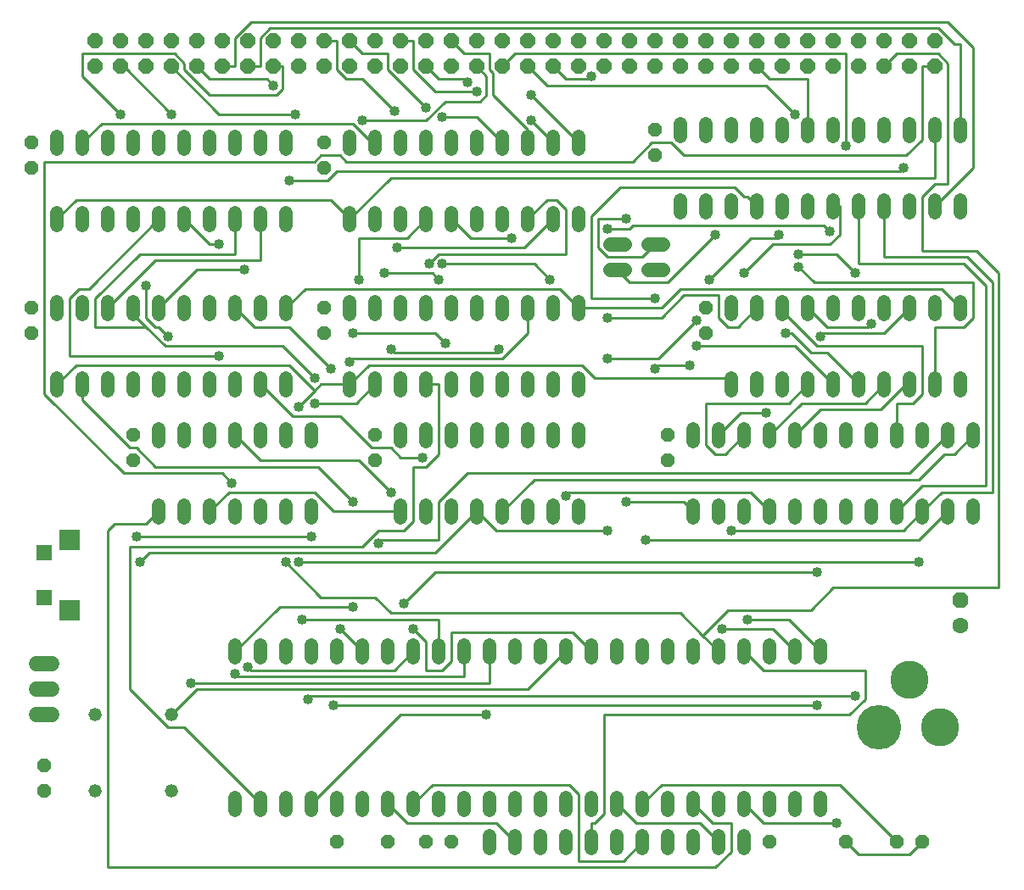
<source format=gbl>
G75*
%MOIN*%
%OFA0B0*%
%FSLAX25Y25*%
%IPPOS*%
%LPD*%
%AMOC8*
5,1,8,0,0,1.08239X$1,22.5*
%
%ADD10C,0.05200*%
%ADD11C,0.05200*%
%ADD12C,0.06000*%
%ADD13R,0.06000X0.06000*%
%ADD14R,0.08250X0.08250*%
%ADD15OC8,0.05200*%
%ADD16C,0.17500*%
%ADD17C,0.15000*%
%ADD18OC8,0.06300*%
%ADD19C,0.06300*%
%ADD20OC8,0.06000*%
%ADD21C,0.05600*%
%ADD22C,0.01000*%
%ADD23C,0.04000*%
D10*
X0101300Y0043700D02*
X0101300Y0048900D01*
X0111300Y0048900D02*
X0111300Y0043700D01*
X0121300Y0043700D02*
X0121300Y0048900D01*
X0131300Y0048900D02*
X0131300Y0043700D01*
X0141300Y0043700D02*
X0141300Y0048900D01*
X0151300Y0048900D02*
X0151300Y0043700D01*
X0161300Y0043700D02*
X0161300Y0048900D01*
X0171300Y0048900D02*
X0171300Y0043700D01*
X0181300Y0043700D02*
X0181300Y0048900D01*
X0191300Y0048900D02*
X0191300Y0043700D01*
X0201300Y0043700D02*
X0201300Y0048900D01*
X0211300Y0048900D02*
X0211300Y0043700D01*
X0211300Y0033900D02*
X0211300Y0028700D01*
X0201300Y0028700D02*
X0201300Y0033900D01*
X0221300Y0033900D02*
X0221300Y0028700D01*
X0231300Y0028700D02*
X0231300Y0033900D01*
X0231300Y0043700D02*
X0231300Y0048900D01*
X0241300Y0048900D02*
X0241300Y0043700D01*
X0241300Y0033900D02*
X0241300Y0028700D01*
X0251300Y0028700D02*
X0251300Y0033900D01*
X0251300Y0043700D02*
X0251300Y0048900D01*
X0261300Y0048900D02*
X0261300Y0043700D01*
X0261300Y0033900D02*
X0261300Y0028700D01*
X0271300Y0028700D02*
X0271300Y0033900D01*
X0271300Y0043700D02*
X0271300Y0048900D01*
X0281300Y0048900D02*
X0281300Y0043700D01*
X0281300Y0033900D02*
X0281300Y0028700D01*
X0291300Y0028700D02*
X0291300Y0033900D01*
X0291300Y0043700D02*
X0291300Y0048900D01*
X0301300Y0048900D02*
X0301300Y0043700D01*
X0301300Y0033900D02*
X0301300Y0028700D01*
X0311300Y0043700D02*
X0311300Y0048900D01*
X0321300Y0048900D02*
X0321300Y0043700D01*
X0331300Y0043700D02*
X0331300Y0048900D01*
X0331300Y0103700D02*
X0331300Y0108900D01*
X0321300Y0108900D02*
X0321300Y0103700D01*
X0311300Y0103700D02*
X0311300Y0108900D01*
X0301300Y0108900D02*
X0301300Y0103700D01*
X0291300Y0103700D02*
X0291300Y0108900D01*
X0281300Y0108900D02*
X0281300Y0103700D01*
X0271300Y0103700D02*
X0271300Y0108900D01*
X0261300Y0108900D02*
X0261300Y0103700D01*
X0251300Y0103700D02*
X0251300Y0108900D01*
X0241300Y0108900D02*
X0241300Y0103700D01*
X0231300Y0103700D02*
X0231300Y0108900D01*
X0221300Y0108900D02*
X0221300Y0103700D01*
X0211300Y0103700D02*
X0211300Y0108900D01*
X0201300Y0108900D02*
X0201300Y0103700D01*
X0191300Y0103700D02*
X0191300Y0108900D01*
X0181300Y0108900D02*
X0181300Y0103700D01*
X0171300Y0103700D02*
X0171300Y0108900D01*
X0161300Y0108900D02*
X0161300Y0103700D01*
X0151300Y0103700D02*
X0151300Y0108900D01*
X0141300Y0108900D02*
X0141300Y0103700D01*
X0131300Y0103700D02*
X0131300Y0108900D01*
X0121300Y0108900D02*
X0121300Y0103700D01*
X0111300Y0103700D02*
X0111300Y0108900D01*
X0101300Y0108900D02*
X0101300Y0103700D01*
X0101300Y0158700D02*
X0101300Y0163900D01*
X0111300Y0163900D02*
X0111300Y0158700D01*
X0121300Y0158700D02*
X0121300Y0163900D01*
X0131300Y0163900D02*
X0131300Y0158700D01*
X0131300Y0188700D02*
X0131300Y0193900D01*
X0121300Y0193900D02*
X0121300Y0188700D01*
X0111300Y0188700D02*
X0111300Y0193900D01*
X0101300Y0193900D02*
X0101300Y0188700D01*
X0091300Y0188700D02*
X0091300Y0193900D01*
X0081300Y0193900D02*
X0081300Y0188700D01*
X0071300Y0188700D02*
X0071300Y0193900D01*
X0071300Y0208700D02*
X0071300Y0213900D01*
X0081300Y0213900D02*
X0081300Y0208700D01*
X0091300Y0208700D02*
X0091300Y0213900D01*
X0101300Y0213900D02*
X0101300Y0208700D01*
X0111300Y0208700D02*
X0111300Y0213900D01*
X0121300Y0213900D02*
X0121300Y0208700D01*
X0146300Y0208700D02*
X0146300Y0213900D01*
X0156300Y0213900D02*
X0156300Y0208700D01*
X0166300Y0208700D02*
X0166300Y0213900D01*
X0176300Y0213900D02*
X0176300Y0208700D01*
X0186300Y0208700D02*
X0186300Y0213900D01*
X0196300Y0213900D02*
X0196300Y0208700D01*
X0206300Y0208700D02*
X0206300Y0213900D01*
X0216300Y0213900D02*
X0216300Y0208700D01*
X0226300Y0208700D02*
X0226300Y0213900D01*
X0236300Y0213900D02*
X0236300Y0208700D01*
X0236300Y0193900D02*
X0236300Y0188700D01*
X0226300Y0188700D02*
X0226300Y0193900D01*
X0216300Y0193900D02*
X0216300Y0188700D01*
X0206300Y0188700D02*
X0206300Y0193900D01*
X0196300Y0193900D02*
X0196300Y0188700D01*
X0186300Y0188700D02*
X0186300Y0193900D01*
X0176300Y0193900D02*
X0176300Y0188700D01*
X0166300Y0188700D02*
X0166300Y0193900D01*
X0166300Y0163900D02*
X0166300Y0158700D01*
X0176300Y0158700D02*
X0176300Y0163900D01*
X0186300Y0163900D02*
X0186300Y0158700D01*
X0196300Y0158700D02*
X0196300Y0163900D01*
X0206300Y0163900D02*
X0206300Y0158700D01*
X0216300Y0158700D02*
X0216300Y0163900D01*
X0226300Y0163900D02*
X0226300Y0158700D01*
X0236300Y0158700D02*
X0236300Y0163900D01*
X0281300Y0163900D02*
X0281300Y0158700D01*
X0291300Y0158700D02*
X0291300Y0163900D01*
X0301300Y0163900D02*
X0301300Y0158700D01*
X0311300Y0158700D02*
X0311300Y0163900D01*
X0321300Y0163900D02*
X0321300Y0158700D01*
X0331300Y0158700D02*
X0331300Y0163900D01*
X0341300Y0163900D02*
X0341300Y0158700D01*
X0351300Y0158700D02*
X0351300Y0163900D01*
X0361300Y0163900D02*
X0361300Y0158700D01*
X0371300Y0158700D02*
X0371300Y0163900D01*
X0381300Y0163900D02*
X0381300Y0158700D01*
X0391300Y0158700D02*
X0391300Y0163900D01*
X0391300Y0188700D02*
X0391300Y0193900D01*
X0381300Y0193900D02*
X0381300Y0188700D01*
X0371300Y0188700D02*
X0371300Y0193900D01*
X0361300Y0193900D02*
X0361300Y0188700D01*
X0351300Y0188700D02*
X0351300Y0193900D01*
X0341300Y0193900D02*
X0341300Y0188700D01*
X0331300Y0188700D02*
X0331300Y0193900D01*
X0321300Y0193900D02*
X0321300Y0188700D01*
X0311300Y0188700D02*
X0311300Y0193900D01*
X0301300Y0193900D02*
X0301300Y0188700D01*
X0291300Y0188700D02*
X0291300Y0193900D01*
X0281300Y0193900D02*
X0281300Y0188700D01*
X0296300Y0208700D02*
X0296300Y0213900D01*
X0306300Y0213900D02*
X0306300Y0208700D01*
X0316300Y0208700D02*
X0316300Y0213900D01*
X0326300Y0213900D02*
X0326300Y0208700D01*
X0336300Y0208700D02*
X0336300Y0213900D01*
X0346300Y0213900D02*
X0346300Y0208700D01*
X0356300Y0208700D02*
X0356300Y0213900D01*
X0366300Y0213900D02*
X0366300Y0208700D01*
X0376300Y0208700D02*
X0376300Y0213900D01*
X0386300Y0213900D02*
X0386300Y0208700D01*
X0386300Y0238700D02*
X0386300Y0243900D01*
X0376300Y0243900D02*
X0376300Y0238700D01*
X0366300Y0238700D02*
X0366300Y0243900D01*
X0356300Y0243900D02*
X0356300Y0238700D01*
X0346300Y0238700D02*
X0346300Y0243900D01*
X0336300Y0243900D02*
X0336300Y0238700D01*
X0326300Y0238700D02*
X0326300Y0243900D01*
X0316300Y0243900D02*
X0316300Y0238700D01*
X0306300Y0238700D02*
X0306300Y0243900D01*
X0296300Y0243900D02*
X0296300Y0238700D01*
X0296300Y0278700D02*
X0296300Y0283900D01*
X0286300Y0283900D02*
X0286300Y0278700D01*
X0276300Y0278700D02*
X0276300Y0283900D01*
X0276300Y0308700D02*
X0276300Y0313900D01*
X0286300Y0313900D02*
X0286300Y0308700D01*
X0296300Y0308700D02*
X0296300Y0313900D01*
X0306300Y0313900D02*
X0306300Y0308700D01*
X0316300Y0308700D02*
X0316300Y0313900D01*
X0326300Y0313900D02*
X0326300Y0308700D01*
X0336300Y0308700D02*
X0336300Y0313900D01*
X0346300Y0313900D02*
X0346300Y0308700D01*
X0356300Y0308700D02*
X0356300Y0313900D01*
X0366300Y0313900D02*
X0366300Y0308700D01*
X0376300Y0308700D02*
X0376300Y0313900D01*
X0386300Y0313900D02*
X0386300Y0308700D01*
X0386300Y0283900D02*
X0386300Y0278700D01*
X0376300Y0278700D02*
X0376300Y0283900D01*
X0366300Y0283900D02*
X0366300Y0278700D01*
X0356300Y0278700D02*
X0356300Y0283900D01*
X0346300Y0283900D02*
X0346300Y0278700D01*
X0336300Y0278700D02*
X0336300Y0283900D01*
X0326300Y0283900D02*
X0326300Y0278700D01*
X0316300Y0278700D02*
X0316300Y0283900D01*
X0306300Y0283900D02*
X0306300Y0278700D01*
X0236300Y0278900D02*
X0236300Y0273700D01*
X0226300Y0273700D02*
X0226300Y0278900D01*
X0216300Y0278900D02*
X0216300Y0273700D01*
X0206300Y0273700D02*
X0206300Y0278900D01*
X0196300Y0278900D02*
X0196300Y0273700D01*
X0186300Y0273700D02*
X0186300Y0278900D01*
X0176300Y0278900D02*
X0176300Y0273700D01*
X0166300Y0273700D02*
X0166300Y0278900D01*
X0156300Y0278900D02*
X0156300Y0273700D01*
X0146300Y0273700D02*
X0146300Y0278900D01*
X0121300Y0278900D02*
X0121300Y0273700D01*
X0111300Y0273700D02*
X0111300Y0278900D01*
X0101300Y0278900D02*
X0101300Y0273700D01*
X0091300Y0273700D02*
X0091300Y0278900D01*
X0081300Y0278900D02*
X0081300Y0273700D01*
X0071300Y0273700D02*
X0071300Y0278900D01*
X0061300Y0278900D02*
X0061300Y0273700D01*
X0051300Y0273700D02*
X0051300Y0278900D01*
X0041300Y0278900D02*
X0041300Y0273700D01*
X0031300Y0273700D02*
X0031300Y0278900D01*
X0031300Y0303700D02*
X0031300Y0308900D01*
X0041300Y0308900D02*
X0041300Y0303700D01*
X0051300Y0303700D02*
X0051300Y0308900D01*
X0061300Y0308900D02*
X0061300Y0303700D01*
X0071300Y0303700D02*
X0071300Y0308900D01*
X0081300Y0308900D02*
X0081300Y0303700D01*
X0091300Y0303700D02*
X0091300Y0308900D01*
X0101300Y0308900D02*
X0101300Y0303700D01*
X0111300Y0303700D02*
X0111300Y0308900D01*
X0121300Y0308900D02*
X0121300Y0303700D01*
X0146300Y0303700D02*
X0146300Y0308900D01*
X0156300Y0308900D02*
X0156300Y0303700D01*
X0166300Y0303700D02*
X0166300Y0308900D01*
X0176300Y0308900D02*
X0176300Y0303700D01*
X0186300Y0303700D02*
X0186300Y0308900D01*
X0196300Y0308900D02*
X0196300Y0303700D01*
X0206300Y0303700D02*
X0206300Y0308900D01*
X0216300Y0308900D02*
X0216300Y0303700D01*
X0226300Y0303700D02*
X0226300Y0308900D01*
X0236300Y0308900D02*
X0236300Y0303700D01*
X0236300Y0243900D02*
X0236300Y0238700D01*
X0226300Y0238700D02*
X0226300Y0243900D01*
X0216300Y0243900D02*
X0216300Y0238700D01*
X0206300Y0238700D02*
X0206300Y0243900D01*
X0196300Y0243900D02*
X0196300Y0238700D01*
X0186300Y0238700D02*
X0186300Y0243900D01*
X0176300Y0243900D02*
X0176300Y0238700D01*
X0166300Y0238700D02*
X0166300Y0243900D01*
X0156300Y0243900D02*
X0156300Y0238700D01*
X0146300Y0238700D02*
X0146300Y0243900D01*
X0121300Y0243900D02*
X0121300Y0238700D01*
X0111300Y0238700D02*
X0111300Y0243900D01*
X0101300Y0243900D02*
X0101300Y0238700D01*
X0091300Y0238700D02*
X0091300Y0243900D01*
X0081300Y0243900D02*
X0081300Y0238700D01*
X0071300Y0238700D02*
X0071300Y0243900D01*
X0061300Y0243900D02*
X0061300Y0238700D01*
X0051300Y0238700D02*
X0051300Y0243900D01*
X0041300Y0243900D02*
X0041300Y0238700D01*
X0031300Y0238700D02*
X0031300Y0243900D01*
X0031300Y0213900D02*
X0031300Y0208700D01*
X0041300Y0208700D02*
X0041300Y0213900D01*
X0051300Y0213900D02*
X0051300Y0208700D01*
X0061300Y0208700D02*
X0061300Y0213900D01*
X0071300Y0163900D02*
X0071300Y0158700D01*
X0081300Y0158700D02*
X0081300Y0163900D01*
X0091300Y0163900D02*
X0091300Y0158700D01*
X0221300Y0048900D02*
X0221300Y0043700D01*
D11*
X0076300Y0051300D03*
X0046300Y0051300D03*
X0046300Y0081300D03*
X0076300Y0081300D03*
D12*
X0029300Y0081300D02*
X0023300Y0081300D01*
X0023300Y0091300D02*
X0029300Y0091300D01*
X0029300Y0101300D02*
X0023300Y0101300D01*
D13*
X0026400Y0127450D03*
X0026400Y0145150D03*
D14*
X0036200Y0150100D03*
X0036200Y0122500D03*
D15*
X0026300Y0061300D03*
X0026300Y0051300D03*
X0141300Y0031300D03*
X0161300Y0031300D03*
X0176300Y0031300D03*
X0186300Y0031300D03*
X0311300Y0031300D03*
X0341300Y0031300D03*
X0361300Y0031300D03*
X0371300Y0031300D03*
X0271300Y0181300D03*
X0271300Y0191300D03*
X0286300Y0231300D03*
X0286300Y0241300D03*
X0266300Y0301300D03*
X0266300Y0311300D03*
X0136300Y0306300D03*
X0136300Y0296300D03*
X0136300Y0241300D03*
X0136300Y0231300D03*
X0156300Y0191300D03*
X0156300Y0181300D03*
X0061300Y0181300D03*
X0061300Y0191300D03*
X0021300Y0231300D03*
X0021300Y0241300D03*
X0021300Y0296300D03*
X0021300Y0306300D03*
D16*
X0354095Y0076300D03*
D17*
X0366300Y0095198D03*
X0378111Y0076300D03*
D18*
X0386300Y0126300D03*
D19*
X0386300Y0116300D03*
D20*
X0376300Y0336300D03*
X0376300Y0346300D03*
X0366300Y0346300D03*
X0366300Y0336300D03*
X0356300Y0336300D03*
X0356300Y0346300D03*
X0346300Y0346300D03*
X0346300Y0336300D03*
X0336300Y0336300D03*
X0336300Y0346300D03*
X0326300Y0346300D03*
X0326300Y0336300D03*
X0316300Y0336300D03*
X0316300Y0346300D03*
X0306300Y0346300D03*
X0306300Y0336300D03*
X0296300Y0336300D03*
X0296300Y0346300D03*
X0286300Y0346300D03*
X0286300Y0336300D03*
X0276300Y0336300D03*
X0276300Y0346300D03*
X0266300Y0346300D03*
X0266300Y0336300D03*
X0256300Y0336300D03*
X0256300Y0346300D03*
X0246300Y0346300D03*
X0246300Y0336300D03*
X0236300Y0336300D03*
X0236300Y0346300D03*
X0226300Y0346300D03*
X0226300Y0336300D03*
X0216300Y0336300D03*
X0216300Y0346300D03*
X0206300Y0346300D03*
X0206300Y0336300D03*
X0196300Y0336300D03*
X0196300Y0346300D03*
X0186300Y0346300D03*
X0186300Y0336300D03*
X0176300Y0336300D03*
X0176300Y0346300D03*
X0166300Y0346300D03*
X0166300Y0336300D03*
X0156300Y0336300D03*
X0156300Y0346300D03*
X0146300Y0346300D03*
X0146300Y0336300D03*
X0136300Y0336300D03*
X0136300Y0346300D03*
X0126300Y0346300D03*
X0126300Y0336300D03*
X0116300Y0336300D03*
X0116300Y0346300D03*
X0106300Y0346300D03*
X0106300Y0336300D03*
X0096300Y0336300D03*
X0096300Y0346300D03*
X0086300Y0346300D03*
X0086300Y0336300D03*
X0076300Y0336300D03*
X0076300Y0346300D03*
X0066300Y0346300D03*
X0066300Y0336300D03*
X0056300Y0336300D03*
X0056300Y0346300D03*
X0046300Y0346300D03*
X0046300Y0336300D03*
D21*
X0248500Y0266300D02*
X0254100Y0266300D01*
X0263500Y0266300D02*
X0269100Y0266300D01*
X0269100Y0256300D02*
X0263500Y0256300D01*
X0254100Y0256300D02*
X0248500Y0256300D01*
D22*
X0290050Y0021300D02*
X0051300Y0021300D01*
X0051300Y0153800D01*
X0053800Y0156300D01*
X0066300Y0156300D01*
X0071300Y0161300D01*
X0062550Y0151300D02*
X0131300Y0151300D01*
X0126300Y0141300D02*
X0370050Y0141300D01*
X0370050Y0150050D02*
X0262550Y0150050D01*
X0247550Y0153800D02*
X0203800Y0153800D01*
X0196300Y0161300D01*
X0180050Y0145050D01*
X0067550Y0145050D01*
X0063800Y0141300D01*
X0060050Y0147550D02*
X0151300Y0147550D01*
X0157550Y0153800D01*
X0167550Y0153800D01*
X0171300Y0157550D01*
X0171300Y0178800D01*
X0176300Y0178800D01*
X0181300Y0183800D01*
X0181300Y0211300D01*
X0176300Y0211300D01*
X0163800Y0223800D02*
X0162550Y0225050D01*
X0163800Y0223800D02*
X0203800Y0223800D01*
X0205050Y0225050D01*
X0206300Y0221300D02*
X0216300Y0231300D01*
X0216300Y0241300D01*
X0225050Y0252550D02*
X0218800Y0258800D01*
X0182550Y0258800D01*
X0181300Y0262550D02*
X0177550Y0258800D01*
X0178800Y0255050D02*
X0160050Y0255050D01*
X0150050Y0252550D02*
X0150050Y0268800D01*
X0168800Y0268800D01*
X0176300Y0276300D01*
X0186300Y0276300D02*
X0193800Y0268800D01*
X0210050Y0268800D01*
X0215050Y0265050D02*
X0165050Y0265050D01*
X0178800Y0255050D02*
X0181300Y0252550D01*
X0181300Y0262550D02*
X0231300Y0262550D01*
X0231300Y0280050D01*
X0227550Y0283800D01*
X0223800Y0283800D01*
X0216300Y0276300D01*
X0226300Y0276300D02*
X0215050Y0265050D01*
X0228800Y0248800D02*
X0128800Y0248800D01*
X0121300Y0241300D01*
X0122550Y0233800D02*
X0108800Y0233800D01*
X0101300Y0241300D01*
X0105050Y0256300D02*
X0086300Y0256300D01*
X0071300Y0241300D01*
X0066300Y0237550D02*
X0070050Y0233800D01*
X0071300Y0233800D01*
X0075050Y0230050D01*
X0073800Y0226300D02*
X0066300Y0233800D01*
X0046300Y0233800D01*
X0046300Y0245050D01*
X0063800Y0262550D01*
X0101300Y0262550D01*
X0101300Y0276300D01*
X0111300Y0276300D02*
X0111300Y0260050D01*
X0070050Y0260050D01*
X0051300Y0241300D01*
X0061300Y0241300D02*
X0061300Y0238800D01*
X0066300Y0233800D01*
X0066300Y0237550D02*
X0066300Y0250050D01*
X0043800Y0248800D02*
X0040050Y0248800D01*
X0036300Y0245050D01*
X0036300Y0222550D01*
X0095050Y0222550D01*
X0111300Y0211300D02*
X0123800Y0198800D01*
X0142550Y0198800D01*
X0155050Y0186300D01*
X0162550Y0186300D01*
X0166300Y0182550D01*
X0175050Y0182550D01*
X0162550Y0168800D02*
X0150050Y0181300D01*
X0111300Y0181300D01*
X0101300Y0191300D01*
X0096300Y0176300D02*
X0057550Y0176300D01*
X0026300Y0207550D01*
X0026300Y0298800D01*
X0132550Y0298800D01*
X0135050Y0301300D01*
X0142550Y0301300D01*
X0145050Y0298800D01*
X0257550Y0298800D01*
X0265050Y0306300D01*
X0272550Y0306300D01*
X0277550Y0301300D01*
X0365050Y0301300D01*
X0371300Y0307550D01*
X0371300Y0336300D01*
X0376300Y0336300D01*
X0381300Y0337550D02*
X0377550Y0341300D01*
X0361300Y0341300D01*
X0356300Y0336300D01*
X0341300Y0341300D02*
X0211300Y0341300D01*
X0206300Y0336300D01*
X0202550Y0333800D02*
X0201300Y0335050D01*
X0201300Y0341300D01*
X0191300Y0341300D01*
X0186300Y0346300D01*
X0176300Y0336300D02*
X0181300Y0331300D01*
X0191300Y0331300D01*
X0192550Y0330050D01*
X0196300Y0326300D02*
X0180050Y0326300D01*
X0171300Y0335050D01*
X0171300Y0346300D01*
X0166300Y0346300D01*
X0161300Y0341300D02*
X0151300Y0341300D01*
X0146300Y0346300D01*
X0141300Y0346300D02*
X0136300Y0346300D01*
X0141300Y0346300D02*
X0141300Y0335050D01*
X0145050Y0331300D01*
X0151300Y0331300D01*
X0163800Y0318800D01*
X0176300Y0320050D02*
X0161300Y0335050D01*
X0161300Y0341300D01*
X0183800Y0322550D02*
X0197550Y0322550D01*
X0200050Y0325050D01*
X0200050Y0332550D01*
X0196300Y0336300D01*
X0202550Y0333800D02*
X0202550Y0325050D01*
X0216300Y0311300D01*
X0216300Y0306300D01*
X0217550Y0315050D02*
X0226300Y0306300D01*
X0236300Y0306300D02*
X0217550Y0325050D01*
X0223800Y0328800D02*
X0216300Y0336300D01*
X0223800Y0328800D02*
X0310050Y0328800D01*
X0321300Y0317550D01*
X0326300Y0311300D02*
X0326300Y0331300D01*
X0311300Y0331300D01*
X0306300Y0336300D01*
X0341300Y0341300D02*
X0341300Y0305050D01*
X0362550Y0295050D02*
X0141300Y0295050D01*
X0137550Y0291300D01*
X0122550Y0291300D01*
X0138800Y0283800D02*
X0146300Y0276300D01*
X0162550Y0292550D01*
X0376300Y0292550D01*
X0376300Y0311300D01*
X0386300Y0311300D02*
X0386300Y0345050D01*
X0383800Y0345050D01*
X0377550Y0351300D01*
X0115050Y0351300D01*
X0111300Y0347550D01*
X0111300Y0336300D01*
X0106300Y0336300D01*
X0101300Y0336300D02*
X0096300Y0336300D01*
X0101300Y0336300D02*
X0101300Y0347550D01*
X0107550Y0353800D01*
X0381300Y0353800D01*
X0391300Y0343800D01*
X0391300Y0296300D01*
X0376300Y0281300D01*
X0371300Y0285050D02*
X0376300Y0290050D01*
X0381300Y0290050D01*
X0381300Y0337550D01*
X0363800Y0296300D02*
X0362550Y0295050D01*
X0371300Y0285050D02*
X0371300Y0263800D01*
X0392550Y0263800D01*
X0401300Y0255050D01*
X0401300Y0131300D01*
X0336300Y0131300D01*
X0327550Y0122550D01*
X0295050Y0122550D01*
X0285050Y0112550D01*
X0276300Y0121300D01*
X0162550Y0121300D01*
X0156300Y0127550D01*
X0135050Y0127550D01*
X0121300Y0141300D01*
X0118800Y0123800D02*
X0147550Y0123800D01*
X0142550Y0115050D02*
X0151300Y0106300D01*
X0163800Y0098800D02*
X0107550Y0098800D01*
X0106300Y0100050D01*
X0102550Y0096300D02*
X0101300Y0097550D01*
X0102550Y0096300D02*
X0191300Y0096300D01*
X0191300Y0106300D01*
X0186300Y0102550D02*
X0186300Y0113800D01*
X0233800Y0113800D01*
X0241300Y0106300D01*
X0231300Y0106300D02*
X0216300Y0091300D01*
X0086300Y0091300D01*
X0076300Y0081300D01*
X0075050Y0076300D02*
X0060050Y0091300D01*
X0060050Y0147550D01*
X0091300Y0161300D02*
X0098800Y0168800D01*
X0132550Y0168800D01*
X0140050Y0161300D01*
X0166300Y0161300D01*
X0158800Y0150050D02*
X0157550Y0148800D01*
X0158800Y0150050D02*
X0181300Y0150050D01*
X0181300Y0165050D01*
X0192550Y0176300D01*
X0366300Y0176300D01*
X0381300Y0191300D01*
X0380050Y0183800D02*
X0383800Y0183800D01*
X0391300Y0191300D01*
X0380050Y0183800D02*
X0370050Y0173800D01*
X0218800Y0173800D01*
X0206300Y0161300D01*
X0231300Y0167550D02*
X0232550Y0168800D01*
X0303800Y0168800D01*
X0311300Y0161300D01*
X0296300Y0153800D02*
X0363800Y0153800D01*
X0371300Y0161300D01*
X0378800Y0168800D01*
X0398800Y0168800D01*
X0398800Y0251300D01*
X0388800Y0261300D01*
X0356300Y0261300D01*
X0356300Y0281300D01*
X0346300Y0281300D02*
X0346300Y0258800D01*
X0387550Y0258800D01*
X0396300Y0250050D01*
X0396300Y0171300D01*
X0371300Y0171300D01*
X0361300Y0161300D01*
X0370050Y0150050D02*
X0381300Y0161300D01*
X0361300Y0191300D02*
X0361300Y0203800D01*
X0367550Y0203800D01*
X0371300Y0207550D01*
X0371300Y0226300D01*
X0330050Y0226300D01*
X0316300Y0240050D01*
X0316300Y0241300D01*
X0306300Y0241300D02*
X0298800Y0233800D01*
X0295050Y0233800D01*
X0291300Y0237550D01*
X0291300Y0246300D01*
X0277550Y0246300D01*
X0268800Y0237550D01*
X0247550Y0237550D01*
X0241300Y0245050D02*
X0266300Y0245050D01*
X0268800Y0241300D02*
X0236300Y0241300D01*
X0228800Y0248800D01*
X0241300Y0245050D02*
X0241300Y0277550D01*
X0252550Y0288800D01*
X0297550Y0288800D01*
X0301300Y0285050D01*
X0302550Y0285050D01*
X0306300Y0281300D01*
X0303800Y0268800D02*
X0287550Y0252550D01*
X0276300Y0248800D02*
X0268800Y0241300D01*
X0276300Y0248800D02*
X0378800Y0248800D01*
X0386300Y0241300D01*
X0391300Y0237550D02*
X0391300Y0251300D01*
X0328800Y0251300D01*
X0322550Y0257550D01*
X0322550Y0262550D02*
X0337550Y0262550D01*
X0345050Y0255050D01*
X0335050Y0266300D02*
X0338800Y0270050D01*
X0338800Y0281300D01*
X0336300Y0281300D01*
X0332550Y0273800D02*
X0257550Y0273800D01*
X0256300Y0272550D01*
X0247550Y0272550D01*
X0243800Y0276300D02*
X0255050Y0276300D01*
X0243800Y0276300D02*
X0243800Y0265050D01*
X0247550Y0261300D01*
X0261300Y0261300D01*
X0266300Y0266300D01*
X0251300Y0256300D02*
X0256300Y0251300D01*
X0271300Y0251300D01*
X0290050Y0270050D01*
X0303800Y0268800D02*
X0313800Y0268800D01*
X0315050Y0270050D01*
X0312550Y0266300D02*
X0335050Y0266300D01*
X0335050Y0271300D02*
X0332550Y0273800D01*
X0312550Y0266300D02*
X0301300Y0255050D01*
X0282550Y0236300D02*
X0267550Y0221300D01*
X0247550Y0221300D01*
X0242550Y0213800D02*
X0237550Y0218800D01*
X0153800Y0218800D01*
X0146300Y0211300D01*
X0135050Y0211300D01*
X0132550Y0208800D01*
X0122550Y0218800D01*
X0038800Y0218800D01*
X0031300Y0211300D01*
X0041300Y0211300D02*
X0041300Y0205050D01*
X0060050Y0186300D01*
X0062550Y0186300D01*
X0070050Y0178800D01*
X0133800Y0178800D01*
X0147550Y0165050D01*
X0180050Y0137550D02*
X0330050Y0137550D01*
X0318800Y0118800D02*
X0302550Y0118800D01*
X0292550Y0115050D02*
X0312550Y0115050D01*
X0321300Y0106300D01*
X0331300Y0106300D02*
X0318800Y0118800D01*
X0301300Y0106300D02*
X0308800Y0098800D01*
X0348800Y0098800D01*
X0348800Y0087550D01*
X0342550Y0081300D01*
X0246300Y0081300D01*
X0246300Y0042550D01*
X0242550Y0038800D01*
X0241300Y0038800D01*
X0241300Y0031300D01*
X0236300Y0023800D02*
X0253800Y0023800D01*
X0261300Y0031300D01*
X0258800Y0038800D02*
X0251300Y0046300D01*
X0261300Y0046300D02*
X0268800Y0053800D01*
X0338800Y0053800D01*
X0361300Y0031300D01*
X0366300Y0026300D02*
X0371300Y0031300D01*
X0366300Y0026300D02*
X0346300Y0026300D01*
X0341300Y0031300D01*
X0337550Y0038800D02*
X0308800Y0038800D01*
X0301300Y0046300D01*
X0296300Y0038800D02*
X0288800Y0038800D01*
X0281300Y0046300D01*
X0283800Y0038800D02*
X0258800Y0038800D01*
X0236300Y0050050D02*
X0236300Y0023800D01*
X0211300Y0031300D02*
X0203800Y0038800D01*
X0168800Y0038800D01*
X0161300Y0046300D01*
X0171300Y0046300D02*
X0178800Y0053800D01*
X0232550Y0053800D01*
X0236300Y0050050D01*
X0200050Y0081300D02*
X0166300Y0081300D01*
X0131300Y0046300D01*
X0111300Y0046300D02*
X0081300Y0076300D01*
X0075050Y0076300D01*
X0083800Y0093800D02*
X0201300Y0093800D01*
X0201300Y0106300D01*
X0186300Y0102550D02*
X0182550Y0098800D01*
X0176300Y0098800D01*
X0176300Y0110050D01*
X0171300Y0115050D01*
X0171300Y0106300D02*
X0163800Y0098800D01*
X0181300Y0106300D02*
X0181300Y0118800D01*
X0127550Y0118800D01*
X0118800Y0123800D02*
X0101300Y0106300D01*
X0130050Y0087550D02*
X0131300Y0088800D01*
X0345050Y0088800D01*
X0330050Y0085050D02*
X0140050Y0085050D01*
X0167550Y0125050D02*
X0180050Y0137550D01*
X0148800Y0203800D02*
X0132550Y0203800D01*
X0132550Y0208800D02*
X0126300Y0202550D01*
X0132550Y0213800D02*
X0120050Y0226300D01*
X0073800Y0226300D01*
X0043800Y0248800D02*
X0071300Y0276300D01*
X0081300Y0276300D02*
X0091300Y0266300D01*
X0095050Y0266300D01*
X0122550Y0233800D02*
X0138800Y0217550D01*
X0146300Y0220050D02*
X0147550Y0221300D01*
X0206300Y0221300D01*
X0183800Y0227550D02*
X0180050Y0231300D01*
X0147550Y0231300D01*
X0156300Y0211300D02*
X0148800Y0203800D01*
X0100050Y0172550D02*
X0096300Y0176300D01*
X0031300Y0276300D02*
X0038800Y0283800D01*
X0138800Y0283800D01*
X0155050Y0306300D02*
X0156300Y0306300D01*
X0155050Y0306300D02*
X0147550Y0313800D01*
X0048800Y0313800D01*
X0041300Y0306300D01*
X0056300Y0317550D02*
X0041300Y0332550D01*
X0041300Y0341300D01*
X0077550Y0341300D01*
X0081300Y0337550D01*
X0081300Y0335050D01*
X0091300Y0325050D01*
X0117550Y0325050D01*
X0120050Y0327550D01*
X0120050Y0336300D01*
X0116300Y0336300D01*
X0113800Y0331300D02*
X0091300Y0331300D01*
X0086300Y0336300D01*
X0076300Y0336300D02*
X0095050Y0317550D01*
X0125050Y0317550D01*
X0116300Y0328800D02*
X0113800Y0331300D01*
X0076300Y0317550D02*
X0057550Y0336300D01*
X0056300Y0336300D01*
X0151300Y0315050D02*
X0176300Y0315050D01*
X0183800Y0322550D01*
X0182550Y0316300D02*
X0196300Y0316300D01*
X0206300Y0306300D01*
X0231300Y0331300D02*
X0226300Y0336300D01*
X0231300Y0331300D02*
X0240050Y0331300D01*
X0241300Y0332550D01*
X0326300Y0241300D02*
X0333800Y0233800D01*
X0350050Y0233800D01*
X0351300Y0235050D01*
X0356300Y0231300D02*
X0366300Y0241300D01*
X0356300Y0231300D02*
X0332550Y0231300D01*
X0331300Y0230050D01*
X0333800Y0223800D02*
X0327550Y0223800D01*
X0320050Y0231300D01*
X0317550Y0231300D01*
X0321300Y0226300D02*
X0282550Y0226300D01*
X0280050Y0218800D02*
X0267550Y0218800D01*
X0266300Y0217550D01*
X0242550Y0213800D02*
X0293800Y0213800D01*
X0296300Y0211300D01*
X0286300Y0203800D02*
X0318800Y0203800D01*
X0326300Y0211300D01*
X0323800Y0203800D02*
X0348800Y0203800D01*
X0356300Y0211300D01*
X0365050Y0211300D02*
X0355050Y0201300D01*
X0331300Y0201300D01*
X0321300Y0191300D01*
X0311300Y0191300D02*
X0323800Y0203800D01*
X0310050Y0200050D02*
X0300050Y0200050D01*
X0291300Y0191300D01*
X0286300Y0187550D02*
X0286300Y0203800D01*
X0286300Y0187550D02*
X0290050Y0183800D01*
X0293800Y0183800D01*
X0301300Y0191300D01*
X0277550Y0165050D02*
X0255050Y0165050D01*
X0277550Y0165050D02*
X0281300Y0161300D01*
X0285050Y0112550D02*
X0291300Y0106300D01*
X0296300Y0038800D02*
X0296300Y0027550D01*
X0290050Y0021300D01*
X0291300Y0031300D02*
X0283800Y0038800D01*
X0336300Y0211300D02*
X0321300Y0226300D01*
X0333800Y0223800D02*
X0346300Y0211300D01*
X0365050Y0211300D02*
X0366300Y0211300D01*
X0376300Y0211300D02*
X0376300Y0233800D01*
X0387550Y0233800D01*
X0391300Y0237550D01*
D23*
X0351300Y0235050D03*
X0331300Y0230050D03*
X0317550Y0231300D03*
X0301300Y0255050D03*
X0287550Y0252550D03*
X0282550Y0236300D03*
X0282550Y0226300D03*
X0280050Y0218800D03*
X0266300Y0217550D03*
X0247550Y0221300D03*
X0247550Y0237550D03*
X0266300Y0245050D03*
X0290050Y0270050D03*
X0315050Y0270050D03*
X0322550Y0262550D03*
X0322550Y0257550D03*
X0335050Y0271300D03*
X0345050Y0255050D03*
X0363800Y0296300D03*
X0341300Y0305050D03*
X0321300Y0317550D03*
X0255050Y0276300D03*
X0247550Y0272550D03*
X0225050Y0252550D03*
X0210050Y0268800D03*
X0182550Y0258800D03*
X0177550Y0258800D03*
X0181300Y0252550D03*
X0165050Y0265050D03*
X0160050Y0255050D03*
X0150050Y0252550D03*
X0147550Y0231300D03*
X0146300Y0220050D03*
X0138800Y0217550D03*
X0132550Y0213800D03*
X0132550Y0203800D03*
X0126300Y0202550D03*
X0095050Y0222550D03*
X0075050Y0230050D03*
X0066300Y0250050D03*
X0095050Y0266300D03*
X0105050Y0256300D03*
X0122550Y0291300D03*
X0125050Y0317550D03*
X0116300Y0328800D03*
X0151300Y0315050D03*
X0163800Y0318800D03*
X0176300Y0320050D03*
X0182550Y0316300D03*
X0192550Y0330050D03*
X0196300Y0326300D03*
X0217550Y0325050D03*
X0217550Y0315050D03*
X0241300Y0332550D03*
X0183800Y0227550D03*
X0205050Y0225050D03*
X0162550Y0225050D03*
X0175050Y0182550D03*
X0162550Y0168800D03*
X0147550Y0165050D03*
X0131300Y0151300D03*
X0126300Y0141300D03*
X0121300Y0141300D03*
X0127550Y0118800D03*
X0142550Y0115050D03*
X0147550Y0123800D03*
X0167550Y0125050D03*
X0171300Y0115050D03*
X0140050Y0085050D03*
X0130050Y0087550D03*
X0106300Y0100050D03*
X0101300Y0097550D03*
X0083800Y0093800D03*
X0063800Y0141300D03*
X0062550Y0151300D03*
X0100050Y0172550D03*
X0157550Y0148800D03*
X0231300Y0167550D03*
X0247550Y0153800D03*
X0255050Y0165050D03*
X0262550Y0150050D03*
X0296300Y0153800D03*
X0330050Y0137550D03*
X0302550Y0118800D03*
X0292550Y0115050D03*
X0330050Y0085050D03*
X0345050Y0088800D03*
X0337550Y0038800D03*
X0370050Y0141300D03*
X0310050Y0200050D03*
X0200050Y0081300D03*
X0076300Y0317550D03*
X0056300Y0317550D03*
M02*

</source>
